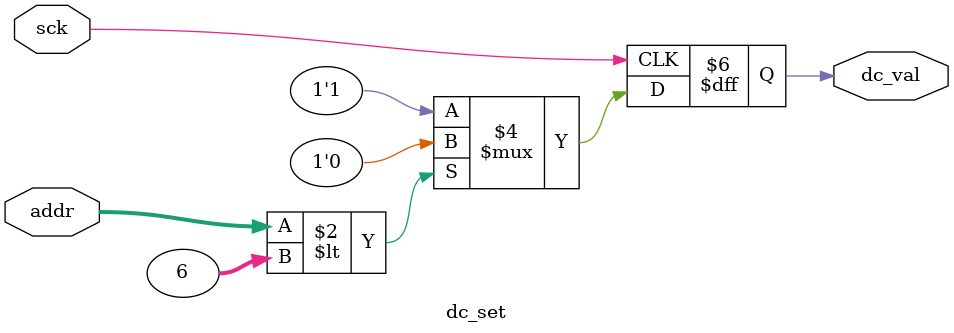
<source format=v>
`timescale 1ns / 1ps

/*
 * this module receives an address as input, checks if the address if less than 5
 * (the config bytes are stored on the first five addresses of the ram)
 * and depending on this conditions sets the dc line at 1 or 0 indicating that
 * the byte in that address is a command for the lcd configuration or is actual 
 * data that should be shown on the screen.
 * it should go until 5 since this is the number of bytes needed for the initial 
 * configuration of the screen (pcd8544), for some reason the dc line goes up 
 * (indicating that the actual byte is data) on the fifth and last config byte
 * but it should be on 0, this was checked with a post-place & route model simulation
 * 
 * the problem was fixed using
 *      if(addr < 6)
 */

module dc_set(sck, addr, dc_val);

   parameter SIZE = 13;

   input sck;
   input [SIZE-1:0] addr;
   output reg       dc_val;

   always @(posedge sck)
     begin
        if(addr < 6)
          dc_val <= 0;          // if the address begin requested is that of a config byte then dc = 0
        else
          dc_val <= 1;          // the other addresses are screen data so dc = 1
     end
endmodule // dc_set


</source>
